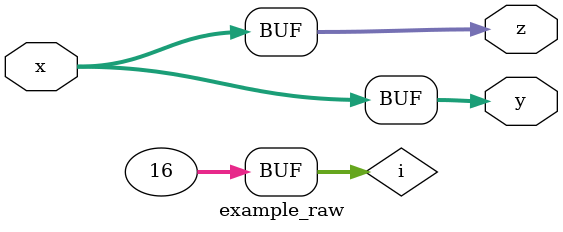
<source format=v>
module example_raw
#(parameter    W = 16)
(
    input [W-1:0] x,
    output reg [W-1:0] y,
    output reg [W-1:0] z
);
    integer i;
    always @ (x) begin
        for(i = 0; i < W; i++) begin
             y[i] = x[i];
             z[i] = x[i];
        end
    end
endmodule
</source>
